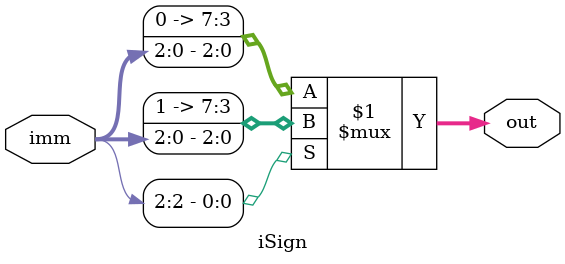
<source format=v>
/*
* Aidan Good
* iSign.v
* This module is for sign-extending the immediate value in the instruction.
*/


module iSign(
    input [2:0] imm,
    output [7:0] out);

    assign out = imm[2] ? {5'b11111, imm} : {5'b00000, imm};

endmodule


</source>
